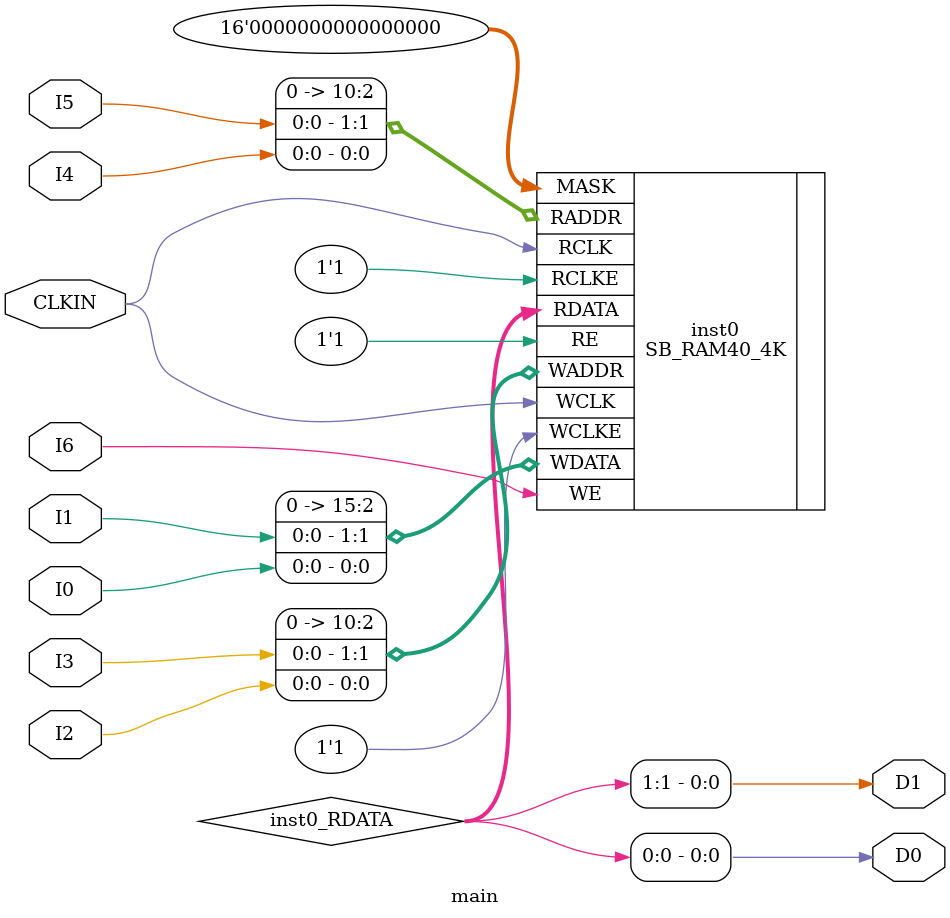
<source format=v>
module main (input  I0, input  I1, input  I2, input  I3, input  I4, input  I5, input  I6, output  D1, output  D0, input  CLKIN);
wire [15:0] inst0_RDATA;
SB_RAM40_4K #(.WRITE_MODE(0),
.READ_MODE(0),
.INIT_0(256'h000F000E000D000C000B000A0009000800070006000500040003000200010000),
.INIT_1(256'h001F001E001D001C001B001A0019001800170016001500140013001200110010),
.INIT_2(256'h002F002E002D002C002B002A0029002800270026002500240023002200210020),
.INIT_3(256'h003F003E003D003C003B003A0039003800370036003500340033003200310030),
.INIT_4(256'h004F004E004D004C004B004A0049004800470046004500440043004200410040),
.INIT_5(256'h005F005E005D005C005B005A0059005800570056005500540053005200510050),
.INIT_6(256'h006F006E006D006C006B006A0069006800670066006500640063006200610060),
.INIT_7(256'h007F007E007D007C007B007A0079007800770076007500740073007200710070),
.INIT_8(256'h008F008E008D008C008B008A0089008800870086008500840083008200810080),
.INIT_9(256'h009F009E009D009C009B009A0099009800970096009500940093009200910090),
.INIT_A(256'h00AF00AE00AD00AC00AB00AA00A900A800A700A600A500A400A300A200A100A0),
.INIT_B(256'h00BF00BE00BD00BC00BB00BA00B900B800B700B600B500B400B300B200B100B0),
.INIT_C(256'h00CF00CE00CD00CC00CB00CA00C900C800C700C600C500C400C300C200C100C0),
.INIT_D(256'h00DF00DE00DD00DC00DB00DA00D900D800D700D600D500D400D300D200D100D0),
.INIT_E(256'h00EF00EE00ED00EC00EB00EA00E900E800E700E600E500E400E300E200E100E0),
.INIT_F(256'h00FF00FE00FD00FC00FB00FA00F900F800F700F600F500F400F300F200F100F0)) inst0 (.RDATA(inst0_RDATA), .RADDR({1'b0,1'b0,1'b0,1'b0,1'b0,1'b0,1'b0,1'b0,1'b0,I5,I4}), .RCLK(CLKIN), .RCLKE(1'b1), .RE(1'b1), .WCLK(CLKIN), .WCLKE(1'b1), .WE(I6), .WADDR({1'b0,1'b0,1'b0,1'b0,1'b0,1'b0,1'b0,1'b0,1'b0,I3,I2}), .MASK({1'b0,1'b0,1'b0,1'b0,1'b0,1'b0,1'b0,1'b0,1'b0,1'b0,1'b0,1'b0,1'b0,1'b0,1'b0,1'b0}), .WDATA({1'b0,1'b0,1'b0,1'b0,1'b0,1'b0,1'b0,1'b0,1'b0,1'b0,1'b0,1'b0,1'b0,1'b0,I1,I0}));
assign D1 = inst0_RDATA[1];
assign D0 = inst0_RDATA[0];
endmodule


</source>
